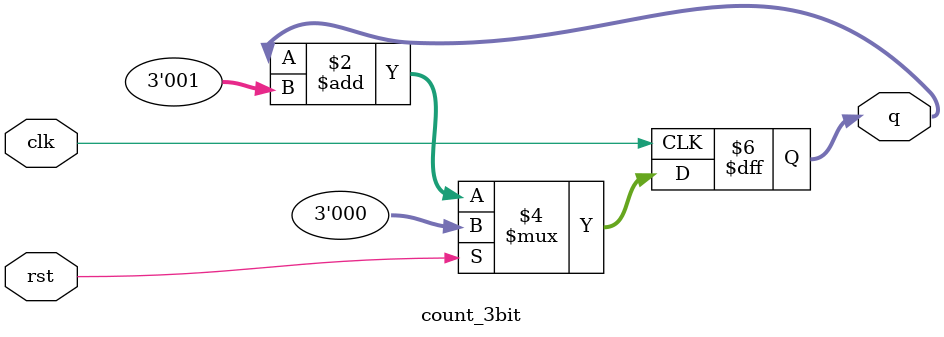
<source format=sv>
module count_3bit ( 
  input logic clk, rst,
  output logic [2:0] q 
  );
   
   always_ff @(posedge clk)
     if (rst) q <= 3'd0;
     else q <= q + 3'd1;

endmodule // count
</source>
